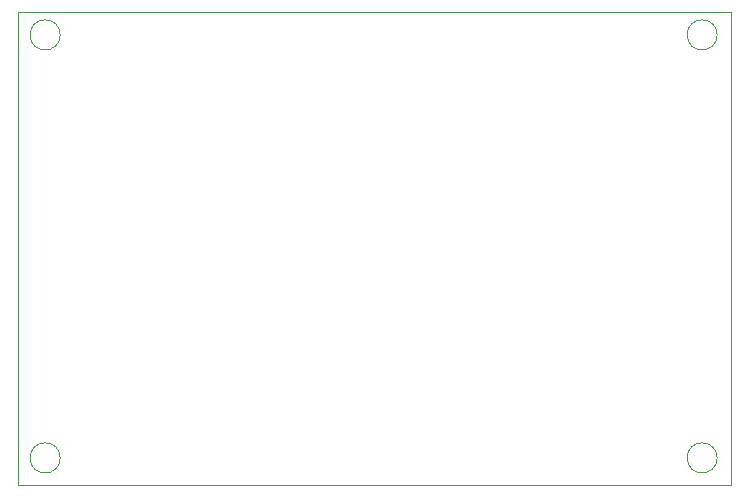
<source format=gbr>
%TF.GenerationSoftware,KiCad,Pcbnew,(5.1.2)-2*%
%TF.CreationDate,2021-07-28T17:12:53+02:00*%
%TF.ProjectId,SFB,5346422e-6b69-4636-9164-5f7063625858,1*%
%TF.SameCoordinates,Original*%
%TF.FileFunction,Profile,NP*%
%FSLAX46Y46*%
G04 Gerber Fmt 4.6, Leading zero omitted, Abs format (unit mm)*
G04 Created by KiCad (PCBNEW (5.1.2)-2) date 2021-07-28 17:12:53*
%MOMM*%
%LPD*%
G04 APERTURE LIST*
%ADD10C,0.050000*%
G04 APERTURE END LIST*
D10*
X97282000Y-88900000D02*
G75*
G03X97282000Y-88900000I-1270000J0D01*
G01*
X41662334Y-88900000D02*
G75*
G03X41662334Y-88900000I-1276334J0D01*
G01*
X97282000Y-124714000D02*
G75*
G03X97282000Y-124714000I-1270000J0D01*
G01*
X41662334Y-124714000D02*
G75*
G03X41662334Y-124714000I-1276334J0D01*
G01*
X38100000Y-86995000D02*
X38100000Y-127000000D01*
X98425000Y-86995000D02*
X38100000Y-86995000D01*
X98425000Y-127000000D02*
X98425000Y-86995000D01*
X38100000Y-127000000D02*
X98425000Y-127000000D01*
M02*

</source>
